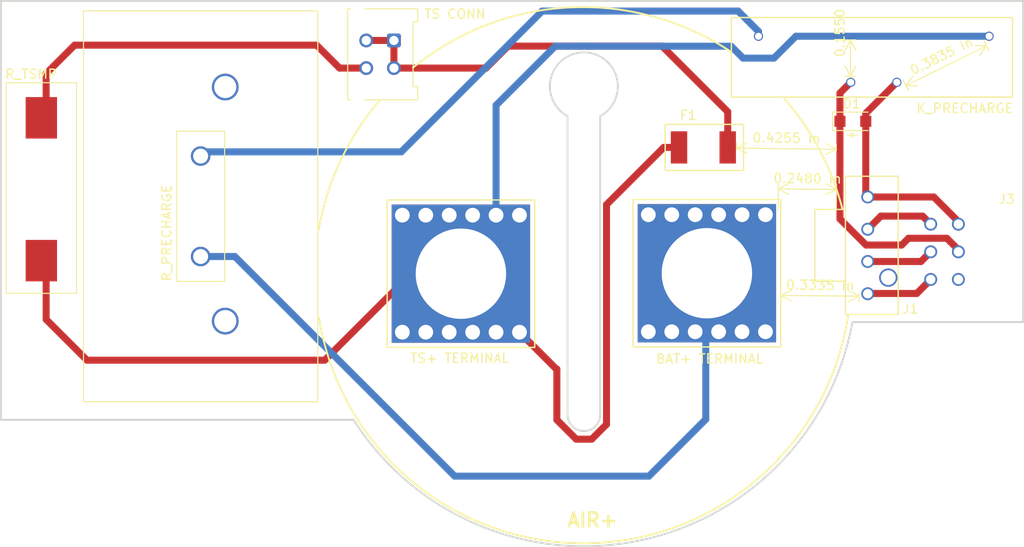
<source format=kicad_pcb>
(kicad_pcb (version 20171130) (host pcbnew 5.0.2-bee76a0~70~ubuntu18.04.1)

  (general
    (thickness 1.6)
    (drawings 22)
    (tracks 83)
    (zones 0)
    (modules 10)
    (nets 12)
  )

  (page A4)
  (layers
    (0 F.Cu signal)
    (31 B.Cu signal)
    (32 B.Adhes user)
    (33 F.Adhes user)
    (34 B.Paste user)
    (35 F.Paste user)
    (36 B.SilkS user)
    (37 F.SilkS user)
    (38 B.Mask user)
    (39 F.Mask user)
    (40 Dwgs.User user)
    (41 Cmts.User user)
    (42 Eco1.User user)
    (43 Eco2.User user)
    (44 Edge.Cuts user)
    (45 Margin user)
    (46 B.CrtYd user)
    (47 F.CrtYd user)
    (48 B.Fab user)
    (49 F.Fab user hide)
  )

  (setup
    (last_trace_width 0.25)
    (user_trace_width 0.4064)
    (user_trace_width 0.762)
    (trace_clearance 0.2)
    (zone_clearance 0.508)
    (zone_45_only no)
    (trace_min 0.2)
    (segment_width 0.2)
    (edge_width 0.05)
    (via_size 0.8)
    (via_drill 0.4)
    (via_min_size 0.4)
    (via_min_drill 0.3)
    (uvia_size 0.3)
    (uvia_drill 0.1)
    (uvias_allowed no)
    (uvia_min_size 0.2)
    (uvia_min_drill 0.1)
    (pcb_text_width 0.3)
    (pcb_text_size 1.5 1.5)
    (mod_edge_width 0.12)
    (mod_text_size 1 1)
    (mod_text_width 0.15)
    (pad_size 1.524 1.524)
    (pad_drill 0.762)
    (pad_to_mask_clearance 0.051)
    (solder_mask_min_width 0.25)
    (aux_axis_origin 0 0)
    (visible_elements FFFFFF7F)
    (pcbplotparams
      (layerselection 0x010fc_ffffffff)
      (usegerberextensions false)
      (usegerberattributes false)
      (usegerberadvancedattributes false)
      (creategerberjobfile false)
      (excludeedgelayer true)
      (linewidth 0.100000)
      (plotframeref false)
      (viasonmask false)
      (mode 1)
      (useauxorigin false)
      (hpglpennumber 1)
      (hpglpenspeed 20)
      (hpglpendiameter 15.000000)
      (psnegative false)
      (psa4output false)
      (plotreference true)
      (plotvalue true)
      (plotinvisibletext false)
      (padsonsilk false)
      (subtractmaskfromsilk false)
      (outputformat 1)
      (mirror false)
      (drillshape 1)
      (scaleselection 1)
      (outputdirectory ""))
  )

  (net 0 "")
  (net 1 /FINAL_SHUTDOWN)
  (net 2 /PRECHARGE_LSD)
  (net 3 /BSPD_CURRENT_SENSOR)
  (net 4 /TS+)
  (net 5 /TSMP+)
  (net 6 /BAT+)
  (net 7 "Net-(K1-Pad2)")
  (net 8 /AIR+_AUX+)
  (net 9 /AIR+_AUX-)
  (net 10 /AIR+_COIL-)
  (net 11 "Net-(J3-Pad3)")

  (net_class Default "This is the default net class."
    (clearance 0.2)
    (trace_width 0.25)
    (via_dia 0.8)
    (via_drill 0.4)
    (uvia_dia 0.3)
    (uvia_drill 0.1)
    (add_net /AIR+_AUX+)
    (add_net /AIR+_AUX-)
    (add_net /AIR+_COIL-)
    (add_net /BAT+)
    (add_net /BSPD_CURRENT_SENSOR)
    (add_net /FINAL_SHUTDOWN)
    (add_net /PRECHARGE_LSD)
    (add_net /TS+)
    (add_net /TSMP+)
    (add_net "Net-(J3-Pad3)")
    (add_net "Net-(K1-Pad2)")
  )

  (module footprints:R_TSMP_SMD_5329 (layer F.Cu) (tedit 5E23450B) (tstamp 5E234BB4)
    (at 85.7123 82.2452 270)
    (path /5DC5DF1A)
    (fp_text reference R_TSMP (at -12.3571 1.1049) (layer F.SilkS)
      (effects (font (size 1 1) (thickness 0.15)))
    )
    (fp_text value R_10K (at -3.81 5.08 90) (layer F.Fab)
      (effects (font (size 1 1) (thickness 0.15)))
    )
    (fp_line (start 11.43 -3.81) (end 11.43 3.81) (layer F.SilkS) (width 0.12))
    (fp_line (start 11.43 3.81) (end -11.43 3.81) (layer F.SilkS) (width 0.12))
    (fp_line (start -11.43 3.81) (end -11.43 -2.54) (layer F.SilkS) (width 0.12))
    (fp_line (start -5.08 -3.81) (end 11.43 -3.81) (layer F.SilkS) (width 0.12))
    (fp_line (start -5.08 -3.81) (end -11.43 -3.81) (layer F.SilkS) (width 0.12))
    (fp_line (start -11.43 -3.81) (end -11.43 -2.54) (layer F.SilkS) (width 0.12))
    (pad 2 smd rect (at 7.88 0 270) (size 4.5 3.4) (layers F.Cu F.Paste F.Mask)
      (net 4 /TS+))
    (pad 1 smd rect (at -7.62 0 270) (size 4.5 3.4) (layers F.Cu F.Paste F.Mask)
      (net 5 /TSMP+))
  )

  (module footprints:Meder-LI12 (layer F.Cu) (tedit 5C789108) (tstamp 5E233EBD)
    (at 188.468 65.7733 180)
    (path /5E22DF3F)
    (fp_text reference K_PRECHARGE (at 2.6416 -7.8232) (layer F.SilkS)
      (effects (font (size 1 1) (thickness 0.15)))
    )
    (fp_text value "LI12-1A85(NO)" (at 6.4516 -11.5697) (layer F.Fab) hide
      (effects (font (size 1 1) (thickness 0.15)))
    )
    (fp_line (start -2.54 -6.604) (end 27.94 -6.604) (layer F.SilkS) (width 0.15))
    (fp_line (start 27.94 -6.604) (end 27.94 2.032) (layer F.SilkS) (width 0.15))
    (fp_line (start 27.94 2.032) (end -2.54 2.032) (layer F.SilkS) (width 0.15))
    (fp_line (start -2.54 2.032) (end -2.54 -6.604) (layer F.SilkS) (width 0.15))
    (pad 1 thru_hole circle (at 0 0 180) (size 1 1) (drill 0.75) (layers *.Cu *.Mask)
      (net 4 /TS+))
    (pad 2 thru_hole circle (at 25 0 180) (size 1 1) (drill 0.75) (layers *.Cu *.Mask)
      (net 7 "Net-(K1-Pad2)"))
    (pad 3 thru_hole circle (at 10 -5 180) (size 1 1) (drill 0.75) (layers *.Cu *.Mask)
      (net 2 /PRECHARGE_LSD))
    (pad 4 thru_hole circle (at 15 -5 180) (size 1 1) (drill 0.75) (layers *.Cu *.Mask)
      (net 1 /FINAL_SHUTDOWN))
    (model "${LOCAL_DIR}/OEM_Preferred_Parts/3DModels/Standex Meder Relay/Standex_Meder_Relay.STEP"
      (offset (xyz 12.5 2.5 0.5))
      (scale (xyz 1 1 1))
      (rotate (xyz -90 0 0))
    )
    (model ":Formula:OEM_Preferred_Parts/3DModels/Standex Meder Relay/Standex_Meder_Relay.STEP"
      (at (xyz 0 0 0))
      (scale (xyz 1 1 1))
      (rotate (xyz 0 0 0))
    )
  )

  (module footprints:D_SOD-123W_OEM (layer F.Cu) (tedit 5C16A992) (tstamp 5E226C65)
    (at 173.6979 75.0062)
    (descr D_SOD-123F)
    (tags D_SOD-123F)
    (path /5E23AC7B)
    (attr smd)
    (fp_text reference D1 (at -0.127 -1.905) (layer F.SilkS)
      (effects (font (size 1 1) (thickness 0.15)))
    )
    (fp_text value SS110LW (at -0.25 2.1) (layer F.Fab) hide
      (effects (font (size 1 1) (thickness 0.25)))
    )
    (fp_line (start 0.1 1.5) (end 0.5 1.5) (layer F.SilkS) (width 0.1))
    (fp_line (start -0.2 1.5) (end 0.1 1.3) (layer F.SilkS) (width 0.1))
    (fp_line (start 0.1 1.3) (end 0.1 1.7) (layer F.SilkS) (width 0.1))
    (fp_line (start 0.1 1.7) (end -0.2 1.5) (layer F.SilkS) (width 0.1))
    (fp_line (start -0.6 1.5) (end -0.2 1.5) (layer F.SilkS) (width 0.1))
    (fp_line (start -0.2 1.5) (end -0.2 1.25) (layer F.SilkS) (width 0.1))
    (fp_line (start -0.2 1.25) (end -0.2 1.75) (layer F.SilkS) (width 0.1))
    (fp_text user %R (at -0.127 -1.905) (layer F.Fab) hide
      (effects (font (size 1 1) (thickness 0.15)))
    )
    (fp_line (start -2.2 -1) (end -2.2 1) (layer F.SilkS) (width 0.12))
    (fp_line (start 0.25 0) (end 0.75 0) (layer F.Fab) (width 0.1))
    (fp_line (start 0.25 0.4) (end -0.35 0) (layer F.Fab) (width 0.1))
    (fp_line (start 0.25 -0.4) (end 0.25 0.4) (layer F.Fab) (width 0.1))
    (fp_line (start -0.35 0) (end 0.25 -0.4) (layer F.Fab) (width 0.1))
    (fp_line (start -0.35 0) (end -0.35 0.55) (layer F.Fab) (width 0.1))
    (fp_line (start -0.35 0) (end -0.35 -0.55) (layer F.Fab) (width 0.1))
    (fp_line (start -0.75 0) (end -0.35 0) (layer F.Fab) (width 0.1))
    (fp_line (start -1.4 0.9) (end -1.4 -0.9) (layer F.Fab) (width 0.1))
    (fp_line (start 1.4 0.9) (end -1.4 0.9) (layer F.Fab) (width 0.1))
    (fp_line (start 1.4 -0.9) (end 1.4 0.9) (layer F.Fab) (width 0.1))
    (fp_line (start -1.4 -0.9) (end 1.4 -0.9) (layer F.Fab) (width 0.1))
    (fp_line (start -2.3 -1.15) (end 2.2 -1.15) (layer F.CrtYd) (width 0.05))
    (fp_line (start 2.2 -1.15) (end 2.2 1.15) (layer F.CrtYd) (width 0.05))
    (fp_line (start 2.2 1.15) (end -2.3 1.15) (layer F.CrtYd) (width 0.05))
    (fp_line (start -2.3 -1.15) (end -2.3 1.15) (layer F.CrtYd) (width 0.05))
    (fp_line (start -2.2 1) (end 1.65 1) (layer F.SilkS) (width 0.12))
    (fp_line (start -2.2 -1) (end 1.65 -1) (layer F.SilkS) (width 0.12))
    (pad 1 smd rect (at -1.4 0) (size 1.2 1.2) (layers F.Cu F.Paste F.Mask)
      (net 1 /FINAL_SHUTDOWN))
    (pad 2 smd rect (at 1.4 0) (size 1.2 1.2) (layers F.Cu F.Paste F.Mask)
      (net 2 /PRECHARGE_LSD))
    (model ${LOCAL_DIR}/OEM_Preferred_Parts/3DModels/SOD-123_OEM/SOD-123.step
      (at (xyz 0 0 0))
      (scale (xyz 1 1 1))
      (rotate (xyz 0 0 0))
    )
  )

  (module footprints:Fuse_1812 (layer F.Cu) (tedit 5A050C3C) (tstamp 5E226C6F)
    (at 154.8511 77.8383)
    (path /5E23D965)
    (fp_text reference F1 (at 1 -3.5) (layer F.SilkS)
      (effects (font (size 1 1) (thickness 0.15)))
    )
    (fp_text value 200mA_Fuse (at 3 3.5) (layer F.Fab) hide
      (effects (font (size 1 1) (thickness 0.15)))
    )
    (fp_line (start -1.5 -2.5) (end 7 -2.5) (layer F.SilkS) (width 0.15))
    (fp_line (start 7 -2.5) (end 7 2.5) (layer F.SilkS) (width 0.15))
    (fp_line (start 7 2.5) (end -1.5 2.5) (layer F.SilkS) (width 0.15))
    (fp_line (start -1.5 2.5) (end -1.5 -2.5) (layer F.SilkS) (width 0.15))
    (pad 2 smd rect (at 5.28 0) (size 1.78 3.5) (layers F.Cu F.Paste F.Mask)
      (net 3 /BSPD_CURRENT_SENSOR))
    (pad 1 smd rect (at 0 0) (size 1.78 3.5) (layers F.Cu F.Paste F.Mask)
      (net 4 /TS+))
  )

  (module footprints:Ultrafit_4 (layer F.Cu) (tedit 5C9D7519) (tstamp 5E226C84)
    (at 175.3108 88.4682)
    (path /5E23B779)
    (fp_text reference J1 (at 4.6228 6.9088) (layer F.SilkS)
      (effects (font (size 1 1) (thickness 0.15)))
    )
    (fp_text value UF_4_VT (at 4.572 0.508 90) (layer F.Fab) hide
      (effects (font (size 1 1) (thickness 0.15)))
    )
    (fp_line (start -5.588 -3.81) (end -2.54 -3.81) (layer F.Fab) (width 0.15))
    (fp_line (start -2.54 -3.81) (end -2.54 3.81) (layer F.Fab) (width 0.15))
    (fp_line (start -2.54 3.81) (end -5.588 3.81) (layer F.Fab) (width 0.15))
    (fp_line (start -5.588 3.81) (end -5.588 -3.81) (layer F.Fab) (width 0.15))
    (fp_text user "6.55mm Clearance" (at -4.07 0 90) (layer F.Fab)
      (effects (font (size 0.5 0.5) (thickness 0.08)))
    )
    (fp_line (start -2.42 -3.9) (end -5.73 -3.9) (layer F.SilkS) (width 0.15))
    (fp_line (start -5.73 -3.9) (end -5.73 3.9) (layer F.SilkS) (width 0.15))
    (fp_line (start -5.73 3.9) (end -2.42 3.9) (layer F.SilkS) (width 0.15))
    (fp_line (start -2.42 7.5) (end 3.302 7.5) (layer F.SilkS) (width 0.15))
    (fp_line (start -2.42 -7.5) (end 3.302 -7.5) (layer F.SilkS) (width 0.15))
    (fp_line (start -2.42 7.5) (end -2.42 -7.5) (layer F.SilkS) (width 0.15))
    (fp_line (start 3.302 7.5) (end 3.302 -7.5) (layer F.SilkS) (width 0.15))
    (pad 2 thru_hole circle (at 0 1.75) (size 1.397 1.397) (drill 1.02) (layers *.Cu *.Mask)
      (net 8 /AIR+_AUX+))
    (pad 1 thru_hole circle (at 0 5.25) (size 1.397 1.397) (drill 1.02) (layers *.Cu *.Mask)
      (net 9 /AIR+_AUX-))
    (pad "" thru_hole circle (at 2.23 3.5) (size 1.981 1.981) (drill 1.6) (layers *.Cu *.Mask))
    (pad 3 thru_hole circle (at 0 -1.75 180) (size 1.397 1.397) (drill 1.02) (layers *.Cu *.Mask)
      (net 10 /AIR+_COIL-))
    (pad 4 thru_hole circle (at 0 -5.25 180) (size 1.397 1.397) (drill 1.02) (layers *.Cu *.Mask)
      (net 2 /PRECHARGE_LSD))
    (model ${LOCAL_DIR}/OEM_Preferred_Parts/3DModels/Ultrafit-4/1722861104.step
      (at (xyz 0 0 0))
      (scale (xyz 1 1 1))
      (rotate (xyz 0 0 0))
    )
    (model :Formula:OEM_Preferred_Parts/3DModels/Ultrafit-4/1722861104.step
      (at (xyz 0 0 0))
      (scale (xyz 1 1 1))
      (rotate (xyz 0 0 0))
    )
  )

  (module footprints:R_3k_HS_TO247 (layer F.Cu) (tedit 5AA20B8D) (tstamp 5E226CC0)
    (at 102.9843 78.7781 270)
    (descr "Resistor, Radial_Power series, Radial, pin pitch=5.00mm, 2W, length*width=11*7mm^2, http://www.vishay.com/docs/30218/cpcx.pdf")
    (tags "Resistor Radial_Power series Radial pin pitch 5.00mm 2W length 11mm width 7mm")
    (path /5E239D8B)
    (fp_text reference R_PRECHARGE (at 8.3439 3.683 90) (layer F.SilkS)
      (effects (font (size 1 1) (thickness 0.15)))
    )
    (fp_text value R_3K_HS (at 5.08 5.08 90) (layer F.Fab) hide
      (effects (font (size 1 1) (thickness 0.15)))
    )
    (fp_line (start -2.55 2.4) (end -2.55 -2.4) (layer F.Fab) (width 0.1))
    (fp_line (start -2.55 2.4) (end 13.45 2.4) (layer F.Fab) (width 0.1))
    (fp_line (start 13.45 2.4) (end 13.45 -2.4) (layer F.Fab) (width 0.1))
    (fp_line (start -2.55 -2.4) (end 13.45 -2.4) (layer F.Fab) (width 0.1))
    (fp_line (start -2.7 -2.6) (end 13.6 -2.6) (layer F.SilkS) (width 0.12))
    (fp_line (start -15.75 -12.7) (end 26.65 -12.7) (layer F.SilkS) (width 0.12))
    (fp_line (start -2.7 -2.6) (end -2.7 2.6) (layer F.SilkS) (width 0.12))
    (fp_line (start 13.6 -2.6) (end 13.6 2.6) (layer F.SilkS) (width 0.12))
    (fp_line (start -2.8 -2.7) (end -2.8 2.7) (layer F.CrtYd) (width 0.05))
    (fp_line (start 13.7 2.7) (end -2.8 2.7) (layer F.CrtYd) (width 0.05))
    (fp_line (start 13.7 2.7) (end 13.7 -2.7) (layer F.CrtYd) (width 0.05))
    (fp_line (start -2.8 -2.7) (end 13.7 -2.7) (layer F.CrtYd) (width 0.05))
    (fp_line (start -15.55 12.5) (end 26.45 12.5) (layer F.Fab) (width 0.1))
    (fp_line (start -15.55 -12.5) (end 26.45 -12.5) (layer F.Fab) (width 0.1))
    (fp_line (start -15.55 12.5) (end -15.55 -12.5) (layer F.Fab) (width 0.1))
    (fp_line (start 26.45 12.5) (end 26.45 -12.5) (layer F.Fab) (width 0.1))
    (fp_line (start -2.7 2.6) (end 13.6 2.6) (layer F.SilkS) (width 0.12))
    (fp_line (start -15.75 12.7) (end 26.65 12.7) (layer F.SilkS) (width 0.12))
    (fp_line (start 26.65 12.7) (end 26.65 -12.7) (layer F.SilkS) (width 0.12))
    (fp_line (start -15.75 12.7) (end -15.75 -12.7) (layer F.SilkS) (width 0.12))
    (fp_line (start -15.85 12.8) (end 26.75 12.8) (layer F.CrtYd) (width 0.05))
    (fp_line (start -15.85 -12.8) (end 26.75 -12.8) (layer F.CrtYd) (width 0.05))
    (fp_line (start -15.85 -12.8) (end -15.85 12.8) (layer F.CrtYd) (width 0.05))
    (fp_line (start 26.75 12.8) (end 26.75 -12.8) (layer F.CrtYd) (width 0.05))
    (pad 1 thru_hole circle (at 0 0 270) (size 2.12 2.12) (drill 1.62) (layers *.Cu *.Mask)
      (net 7 "Net-(K1-Pad2)"))
    (pad 2 thru_hole circle (at 10.9 0 270) (size 2.12 2.12) (drill 1.62) (layers *.Cu *.Mask)
      (net 6 /BAT+))
    (pad 4 thru_hole circle (at -7.493 -2.67 270) (size 2.9 2.9) (drill 2.4) (layers *.Cu *.Mask))
    (pad 5 thru_hole circle (at 17.907 -2.67 270) (size 2.9 2.9) (drill 2.4) (layers *.Cu *.Mask))
    (model "/home/william/Desktop/Formula/OEM_Preferred_Parts/3DModels/AP101_3k_resistor/TIP 144_sp.wrl"
      (at (xyz 0 0 0))
      (scale (xyz 1 1 1))
      (rotate (xyz 0 0 0))
    )
    (model /home/william/Desktop/Formula/OEM_Preferred_Parts/3DModels/R_3K_heatsink/RA-T2X-51E_sp001_sp.wrl
      (at (xyz 0 0 0))
      (scale (xyz 1 1 1))
      (rotate (xyz 0 0 0))
    )
    (model :Formula:OEM_Preferred_Parts/3DModels/R_3K_heatsink/RA-T2X-51E_sp001_sp.step
      (at (xyz 0 0 0))
      (scale (xyz 1 1 1))
      (rotate (xyz 0 0 0))
    )
  )

  (module footprints:redcube_7461166 (layer F.Cu) (tedit 5E22245E) (tstamp 5E227DD1)
    (at 157.8737 91.4908)
    (path /5E243056)
    (fp_text reference "BAT+ TERMINAL" (at 0.2921 9.2837) (layer F.SilkS)
      (effects (font (size 1 1) (thickness 0.15)))
    )
    (fp_text value redcude_7461166 (at 0.02 9.45) (layer F.Fab)
      (effects (font (size 1 1) (thickness 0.15)))
    )
    (fp_line (start -8 -8) (end 8 -8) (layer F.SilkS) (width 0.15))
    (fp_line (start 8 -8) (end 8 8) (layer F.SilkS) (width 0.15))
    (fp_line (start 8 8) (end -8 8) (layer F.SilkS) (width 0.15))
    (fp_line (start -8 8) (end -8 -8) (layer F.SilkS) (width 0.15))
    (fp_text user Redcube_7461166 (at -4.064 -9.652) (layer F.Fab)
      (effects (font (size 1 1) (thickness 0.15)))
    )
    (pad 1 thru_hole rect (at 0 0) (size 15 15) (drill 9.8) (layers *.Cu *.Mask)
      (net 6 /BAT+))
    (pad 1 thru_hole circle (at 3.81 6.35) (size 1.7 1.7) (drill 1.6) (layers *.Cu *.Mask)
      (net 6 /BAT+))
    (pad 1 thru_hole circle (at 6.35 6.349999) (size 1.7 1.7) (drill 1.6) (layers *.Cu *.Mask)
      (net 6 /BAT+))
    (pad 1 thru_hole circle (at 1.27 6.35) (size 1.7 1.7) (drill 1.6) (layers *.Cu *.Mask)
      (net 6 /BAT+))
    (pad 1 thru_hole circle (at -1.27 6.35) (size 1.7 1.7) (drill 1.6) (layers *.Cu *.Mask)
      (net 6 /BAT+))
    (pad 1 thru_hole circle (at -3.81 6.35) (size 1.7 1.7) (drill 1.6) (layers *.Cu *.Mask)
      (net 6 /BAT+))
    (pad 1 thru_hole circle (at -6.349999 6.35) (size 1.7 1.7) (drill 1.6) (layers *.Cu *.Mask)
      (net 6 /BAT+))
    (pad 1 thru_hole circle (at 3.81 -6.35) (size 1.7 1.7) (drill 1.6) (layers *.Cu *.Mask)
      (net 6 /BAT+))
    (pad 1 thru_hole circle (at -1.27 -6.35) (size 1.7 1.7) (drill 1.6) (layers *.Cu *.Mask)
      (net 6 /BAT+))
    (pad 1 thru_hole circle (at 1.27 -6.35) (size 1.7 1.7) (drill 1.6) (layers *.Cu *.Mask)
      (net 6 /BAT+))
    (pad 1 thru_hole circle (at -6.35 -6.349999) (size 1.7 1.7) (drill 1.6) (layers *.Cu *.Mask)
      (net 6 /BAT+))
    (pad 1 thru_hole circle (at 6.349999 -6.35) (size 1.7 1.7) (drill 1.6) (layers *.Cu *.Mask)
      (net 6 /BAT+))
    (pad 1 thru_hole circle (at -3.81 -6.35) (size 1.7 1.7) (drill 1.6) (layers *.Cu *.Mask)
      (net 6 /BAT+))
    (model ${LOCAL_DIR}/OEM_Preferred_Parts/3DModels/redcube_7461166/redcube_7461166.stp
      (at (xyz 0 0 0))
      (scale (xyz 1 1 1))
      (rotate (xyz 0 0 0))
    )
    (model :Formula:OEM_Preferred_Parts/3DModels/redcube_7461166/redcube_7461166.stp
      (at (xyz 0 0 0))
      (scale (xyz 1 1 1))
      (rotate (xyz 0 0 0))
    )
  )

  (module footprints:redcube_7461166 (layer F.Cu) (tedit 5E22245E) (tstamp 5E227EDE)
    (at 131.2037 91.5416)
    (path /5E244673)
    (fp_text reference "TS+ TERMINAL" (at -0.1397 9.1694) (layer F.SilkS)
      (effects (font (size 1 1) (thickness 0.15)))
    )
    (fp_text value redcude_7461166 (at 0.02 9.45) (layer F.Fab)
      (effects (font (size 1 1) (thickness 0.15)))
    )
    (fp_text user Redcube_7461166 (at -4.064 -9.652) (layer F.Fab)
      (effects (font (size 1 1) (thickness 0.15)))
    )
    (fp_line (start -8 8) (end -8 -8) (layer F.SilkS) (width 0.15))
    (fp_line (start 8 8) (end -8 8) (layer F.SilkS) (width 0.15))
    (fp_line (start 8 -8) (end 8 8) (layer F.SilkS) (width 0.15))
    (fp_line (start -8 -8) (end 8 -8) (layer F.SilkS) (width 0.15))
    (pad 1 thru_hole circle (at -3.81 -6.35) (size 1.7 1.7) (drill 1.6) (layers *.Cu *.Mask)
      (net 4 /TS+))
    (pad 1 thru_hole circle (at 6.349999 -6.35) (size 1.7 1.7) (drill 1.6) (layers *.Cu *.Mask)
      (net 4 /TS+))
    (pad 1 thru_hole circle (at -6.35 -6.349999) (size 1.7 1.7) (drill 1.6) (layers *.Cu *.Mask)
      (net 4 /TS+))
    (pad 1 thru_hole circle (at 1.27 -6.35) (size 1.7 1.7) (drill 1.6) (layers *.Cu *.Mask)
      (net 4 /TS+))
    (pad 1 thru_hole circle (at -1.27 -6.35) (size 1.7 1.7) (drill 1.6) (layers *.Cu *.Mask)
      (net 4 /TS+))
    (pad 1 thru_hole circle (at 3.81 -6.35) (size 1.7 1.7) (drill 1.6) (layers *.Cu *.Mask)
      (net 4 /TS+))
    (pad 1 thru_hole circle (at -6.349999 6.35) (size 1.7 1.7) (drill 1.6) (layers *.Cu *.Mask)
      (net 4 /TS+))
    (pad 1 thru_hole circle (at -3.81 6.35) (size 1.7 1.7) (drill 1.6) (layers *.Cu *.Mask)
      (net 4 /TS+))
    (pad 1 thru_hole circle (at -1.27 6.35) (size 1.7 1.7) (drill 1.6) (layers *.Cu *.Mask)
      (net 4 /TS+))
    (pad 1 thru_hole circle (at 1.27 6.35) (size 1.7 1.7) (drill 1.6) (layers *.Cu *.Mask)
      (net 4 /TS+))
    (pad 1 thru_hole circle (at 6.35 6.349999) (size 1.7 1.7) (drill 1.6) (layers *.Cu *.Mask)
      (net 4 /TS+))
    (pad 1 thru_hole circle (at 3.81 6.35) (size 1.7 1.7) (drill 1.6) (layers *.Cu *.Mask)
      (net 4 /TS+))
    (pad 1 thru_hole rect (at 0 0) (size 15 15) (drill 9.8) (layers *.Cu *.Mask)
      (net 4 /TS+))
    (model ${LOCAL_DIR}/OEM_Preferred_Parts/3DModels/redcube_7461166/redcube_7461166.stp
      (at (xyz 0 0 0))
      (scale (xyz 1 1 1))
      (rotate (xyz 0 0 0))
    )
    (model :Formula:OEM_Preferred_Parts/3DModels/redcube_7461166/redcube_7461166.stp
      (at (xyz 0 0 0))
      (scale (xyz 1 1 1))
      (rotate (xyz 0 0 0))
    )
  )

  (module footprints:MicroFit_VT_4 (layer F.Cu) (tedit 5E1EA004) (tstamp 5E234D93)
    (at 123.9393 66.2305 270)
    (descr "Molex Micro-Fit 3.0 Connector System, 43045-0412 (compatible alternatives: 43045-0413, 43045-0424), 2 Pins per row (http://www.molex.com/pdm_docs/sd/430450212_sd.pdf), generated with kicad-footprint-generator")
    (tags "connector Molex Micro-Fit_3.0 side entry")
    (path /5E257662)
    (fp_text reference "TS CONN" (at -2.8702 -6.6167 180) (layer F.SilkS)
      (effects (font (size 1 1) (thickness 0.15)))
    )
    (fp_text value MicroFit_VT_4 (at 1.5 7.5 90) (layer F.Fab)
      (effects (font (size 1 1) (thickness 0.15)))
    )
    (fp_line (start -2.125 -1.97) (end -2.125 -2.47) (layer F.Fab) (width 0.1))
    (fp_line (start -2.125 -2.47) (end -3.325 -2.47) (layer F.Fab) (width 0.1))
    (fp_line (start -3.325 -2.47) (end -3.325 4.9) (layer F.Fab) (width 0.1))
    (fp_line (start -3.325 4.9) (end 6.325 4.9) (layer F.Fab) (width 0.1))
    (fp_line (start 6.325 4.9) (end 6.325 -2.47) (layer F.Fab) (width 0.1))
    (fp_line (start 6.325 -2.47) (end 5.125 -2.47) (layer F.Fab) (width 0.1))
    (fp_line (start 5.125 -2.47) (end 5.125 -1.97) (layer F.Fab) (width 0.1))
    (fp_line (start 5.125 -1.97) (end -2.125 -1.97) (layer F.Fab) (width 0.1))
    (fp_line (start -3.325 -1.34) (end -2.125 -1.97) (layer F.Fab) (width 0.1))
    (fp_line (start 6.325 -1.34) (end 5.125 -1.97) (layer F.Fab) (width 0.1))
    (fp_line (start 0.8 4.9) (end 0.8 6.3) (layer F.Fab) (width 0.1))
    (fp_line (start 0.8 6.3) (end 2.2 6.3) (layer F.Fab) (width 0.1))
    (fp_line (start 2.2 6.3) (end 2.2 4.9) (layer F.Fab) (width 0.1))
    (fp_line (start -0.5 -1.97) (end 0 -1.262893) (layer F.Fab) (width 0.1))
    (fp_line (start 0 -1.262893) (end 0.5 -1.97) (layer F.Fab) (width 0.1))
    (fp_line (start -3.435 4.7) (end -3.435 5.01) (layer F.SilkS) (width 0.12))
    (fp_line (start -3.435 5.01) (end 6.435 5.01) (layer F.SilkS) (width 0.12))
    (fp_line (start 6.435 5.01) (end 6.435 4.7) (layer F.SilkS) (width 0.12))
    (fp_line (start -3.435 3.18) (end -3.435 -2.58) (layer F.SilkS) (width 0.12))
    (fp_line (start -3.435 -2.58) (end -2.015 -2.58) (layer F.SilkS) (width 0.12))
    (fp_line (start -2.015 -2.58) (end -2.015 -2.08) (layer F.SilkS) (width 0.12))
    (fp_line (start -2.015 -2.08) (end 5.015 -2.08) (layer F.SilkS) (width 0.12))
    (fp_line (start 5.015 -2.08) (end 5.015 -2.58) (layer F.SilkS) (width 0.12))
    (fp_line (start 5.015 -2.58) (end 6.435 -2.58) (layer F.SilkS) (width 0.12))
    (fp_line (start 6.435 -2.58) (end 6.435 3.18) (layer F.SilkS) (width 0.12))
    (fp_line (start -3.82 -2.97) (end 6.82 -2.97) (layer F.CrtYd) (width 0.05))
    (fp_line (start 6.82 -2.97) (end 6.82 6.8) (layer F.CrtYd) (width 0.05))
    (fp_line (start 6.82 6.8) (end -3.82 6.8) (layer F.CrtYd) (width 0.05))
    (fp_line (start -3.82 6.8) (end -3.82 -2.97) (layer F.CrtYd) (width 0.05))
    (fp_text user %R (at 1.5 4.2 90) (layer F.Fab)
      (effects (font (size 1 1) (thickness 0.15)))
    )
    (pad "" np_thru_hole circle (at -3 3.94 270) (size 1 1) (drill 1) (layers *.Cu *.Mask))
    (pad "" np_thru_hole circle (at 6 3.94 270) (size 1 1) (drill 1) (layers *.Cu *.Mask))
    (pad 1 thru_hole roundrect (at 0 0 270) (size 1.5 1.5) (drill 1) (layers *.Cu *.Mask) (roundrect_rratio 0.166667)
      (net 3 /BSPD_CURRENT_SENSOR))
    (pad 2 thru_hole circle (at 3 0 270) (size 1.5 1.5) (drill 1) (layers *.Cu *.Mask)
      (net 3 /BSPD_CURRENT_SENSOR))
    (pad 3 thru_hole circle (at 0 3 270) (size 1.5 1.5) (drill 1) (layers *.Cu *.Mask)
      (net 3 /BSPD_CURRENT_SENSOR))
    (pad 4 thru_hole circle (at 3 3 270) (size 1.5 1.5) (drill 1) (layers *.Cu *.Mask)
      (net 5 /TSMP+))
    (model ${LOCAL_DIR}/OEM_Preferred_Parts/3DModels/MicroFit_VT_4/MicroFit_VT_4.stp
      (offset (xyz 1.5 -1.5 5))
      (scale (xyz 1 1 1))
      (rotate (xyz 0 0 180))
    )
    (model :Formula:OEM_Preferred_Parts/3DModels/MicroFit_VT_4/MicroFit_VT_4.stp
      (at (xyz 0 0 0))
      (scale (xyz 1 1 1))
      (rotate (xyz 0 0 0))
    )
  )

  (module footprints:MicroFit_RA_06 (layer F.Cu) (tedit 5C789678) (tstamp 5E234E6A)
    (at 189.4586 89.1667 270)
    (path /5E2586FE)
    (fp_text reference J3 (at -5.7023 -0.9271 180) (layer F.SilkS)
      (effects (font (size 1 1) (thickness 0.15)))
    )
    (fp_text value MicroFit_RA_06 (at -5.588 -12.7 90) (layer F.Fab)
      (effects (font (size 1 1) (thickness 0.15)))
    )
    (pad "" np_thru_hole circle (at 0 0 90) (size 3 3) (drill 3) (layers *.Cu *.Mask))
    (pad 1 thru_hole circle (at -3 4.32 90) (size 1.4 1.4) (drill 1.02) (layers *.Cu *.Mask)
      (net 2 /PRECHARGE_LSD))
    (pad 2 thru_hole circle (at 0 4.32 90) (size 1.4 1.4) (drill 1.02) (layers *.Cu *.Mask)
      (net 1 /FINAL_SHUTDOWN))
    (pad 3 thru_hole circle (at 3 4.32 90) (size 1.4 1.4) (drill 1.02) (layers *.Cu *.Mask)
      (net 11 "Net-(J3-Pad3)"))
    (pad 4 thru_hole circle (at -3 7.32 90) (size 1.4 1.4) (drill 1.02) (layers *.Cu *.Mask)
      (net 10 /AIR+_COIL-))
    (pad 5 thru_hole circle (at 0 7.32 90) (size 1.4 1.4) (drill 1.02) (layers *.Cu *.Mask)
      (net 8 /AIR+_AUX+))
    (pad 6 thru_hole circle (at 3 7.32 90) (size 1.4 1.4) (drill 1.02) (layers *.Cu *.Mask)
      (net 9 /AIR+_AUX-))
    (model ${LOCAL_DIR}/OEM_Preferred_Parts/3DModels/MicroFit-6-RA/MF_RA_06.stp
      (offset (xyz 0 -0.3809999942779541 3.174999952316284))
      (scale (xyz 1 1 1))
      (rotate (xyz -90 0 180))
    )
    (model :Formula:OEM_Preferred_Parts/3DModels/MicroFit-6-RA/MF_RA_06.stp
      (at (xyz 0 0 0))
      (scale (xyz 1 1 1))
      (rotate (xyz 0 0 0))
    )
  )

  (dimension 3.937 (width 0.12) (layer F.SilkS)
    (gr_text "3.937 mm" (at 174.7139 68.1482) (layer F.SilkS)
      (effects (font (size 1 1) (thickness 0.15)) (justify left))
    )
    (feature1 (pts (xy 172.8343 66.1797) (xy 174.030321 66.1797)))
    (feature2 (pts (xy 172.8343 70.1167) (xy 174.030321 70.1167)))
    (crossbar (pts (xy 173.4439 70.1167) (xy 173.4439 66.1797)))
    (arrow1a (pts (xy 173.4439 66.1797) (xy 174.030321 67.306204)))
    (arrow1b (pts (xy 173.4439 66.1797) (xy 172.857479 67.306204)))
    (arrow2a (pts (xy 173.4439 70.1167) (xy 174.030321 68.990196)))
    (arrow2b (pts (xy 173.4439 70.1167) (xy 172.857479 68.990196)))
  )
  (dimension 6.299405 (width 0.12) (layer F.SilkS)
    (gr_text "6.299 mm" (at 168.772978 81.100439 359.5379473) (layer F.SilkS)
      (effects (font (size 1 1) (thickness 0.15)))
    )
    (feature1 (pts (xy 171.8945 84.6074) (xy 171.917065 81.809396)))
    (feature2 (pts (xy 165.5953 84.5566) (xy 165.617865 81.758596)))
    (crossbar (pts (xy 165.613136 82.344998) (xy 171.912336 82.395798)))
    (arrow1a (pts (xy 171.912336 82.395798) (xy 170.78114 82.973115)))
    (arrow1b (pts (xy 171.912336 82.395798) (xy 170.790598 81.800312)))
    (arrow2a (pts (xy 165.613136 82.344998) (xy 166.734874 82.940484)))
    (arrow2b (pts (xy 165.613136 82.344998) (xy 166.744332 81.767681)))
  )
  (dimension 8.471243 (width 0.12) (layer F.SilkS)
    (gr_text "8.471 mm" (at 170.133964 95.212508 -0.5153904121) (layer F.SilkS)
      (effects (font (size 1 1) (thickness 0.15)))
    )
    (feature1 (pts (xy 165.9128 93.5863) (xy 165.904663 94.490856)))
    (feature2 (pts (xy 174.3837 93.6625) (xy 174.375563 94.567056)))
    (crossbar (pts (xy 174.380838 93.980659) (xy 165.909938 93.904459)))
    (arrow1a (pts (xy 165.909938 93.904459) (xy 167.041671 93.328195)))
    (arrow1b (pts (xy 165.909938 93.904459) (xy 167.031121 94.500989)))
    (arrow2a (pts (xy 174.380838 93.980659) (xy 173.259655 93.384129)))
    (arrow2b (pts (xy 174.380838 93.980659) (xy 173.249105 94.556923)))
  )
  (dimension 10.808446 (width 0.12) (layer F.SilkS)
    (gr_text "10.808 mm" (at 166.507543 76.705575 359.3267551) (layer F.SilkS)
      (effects (font (size 1 1) (thickness 0.15)))
    )
    (feature1 (pts (xy 171.8945 78.2066) (xy 171.90336 77.452606)))
    (feature2 (pts (xy 161.0868 78.0796) (xy 161.09566 77.325606)))
    (crossbar (pts (xy 161.08877 77.911987) (xy 171.89647 78.038987)))
    (arrow1a (pts (xy 171.89647 78.038987) (xy 170.763154 78.612131)))
    (arrow1b (pts (xy 171.89647 78.038987) (xy 170.776934 77.43937)))
    (arrow2a (pts (xy 161.08877 77.911987) (xy 162.208306 78.511604)))
    (arrow2b (pts (xy 161.08877 77.911987) (xy 162.222086 77.338843)))
  )
  (dimension 9.740701 (width 0.12) (layer F.SilkS)
    (gr_text "9.741 mm" (at 184.383973 70.107507 26.23096879) (layer F.SilkS)
      (effects (font (size 1 1) (thickness 0.15)))
    )
    (feature1 (pts (xy 187.9219 66.2686) (xy 188.450638 67.341673)))
    (feature2 (pts (xy 179.1843 70.5739) (xy 179.713038 71.646973)))
    (crossbar (pts (xy 179.453845 71.120942) (xy 188.191445 66.815642)))
    (arrow1a (pts (xy 188.191445 66.815642) (xy 187.440142 67.839577)))
    (arrow1b (pts (xy 188.191445 66.815642) (xy 186.921756 66.787515)))
    (arrow2a (pts (xy 179.453845 71.120942) (xy 180.723534 71.149069)))
    (arrow2b (pts (xy 179.453845 71.120942) (xy 180.205148 70.097007)))
  )
  (gr_arc (start 144.416194 91.679898) (end 122.4661 72.6567) (angle -31.17589117) (layer F.SilkS) (width 0.2) (tstamp 5E2341B5))
  (gr_arc (start 144.416194 91.679898) (end 160.4899 67.4624) (angle -72.8905218) (layer F.SilkS) (width 0.2) (tstamp 5E234185))
  (gr_arc (start 144.416194 91.679898) (end 172.548713 84.465416) (angle -27.23530121) (layer F.SilkS) (width 0.2) (tstamp 5E234185))
  (gr_arc (start 144.482373 91.783223) (end 115.824 96.3422) (angle -162.5740918) (layer F.SilkS) (width 0.2) (tstamp 5E2340F2))
  (gr_text AIR+ (at 145.4531 118.2878) (layer F.SilkS) (tstamp 5E233E0A)
    (effects (font (size 1.5 1.5) (thickness 0.3)))
  )
  (gr_circle (center 157.868506 91.531196) (end 162.503506 91.531196) (layer Edge.Cuts) (width 0.2))
  (gr_arc (start 144.533506 91.531196) (end 173.653433 96.790195) (angle 137.327198) (layer Edge.Cuts) (width 0.2))
  (gr_circle (center 131.198506 91.531196) (end 135.833506 91.531196) (layer Edge.Cuts) (width 0.2))
  (gr_arc (start 144.533506 71.211196) (end 142.757704 74.43903) (angle 302.3649367) (layer Edge.Cuts) (width 0.2))
  (gr_line (start 173.653433 96.790195) (end 192.157896 96.790195) (layer Edge.Cuts) (width 0.2))
  (gr_line (start 192.157896 96.790195) (end 192.157896 61.940197) (layer Edge.Cuts) (width 0.2))
  (gr_line (start 81.3308 107.402387) (end 81.3308 61.940197) (layer Edge.Cuts) (width 0.2))
  (gr_line (start 142.757704 106.844678) (end 142.757704 74.43903) (layer Edge.Cuts) (width 0.2))
  (gr_line (start 146.309308 106.844678) (end 146.309308 74.43903) (layer Edge.Cuts) (width 0.2))
  (gr_line (start 81.3308 61.940197) (end 192.157896 61.940197) (layer Edge.Cuts) (width 0.2))
  (gr_line (start 81.3308 107.402387) (end 119.558868 107.402387) (layer Edge.Cuts) (width 0.2))
  (gr_arc (start 144.533506 106.844678) (end 146.309308 106.844678) (angle 180) (layer Edge.Cuts) (width 0.2))

  (segment (start 172.2979 71.9434) (end 173.468 70.7733) (width 0.762) (layer F.Cu) (net 1))
  (segment (start 172.2979 75.0062) (end 172.2979 71.9434) (width 0.762) (layer F.Cu) (net 1))
  (segment (start 172.2979 85.598962) (end 172.2979 75.0062) (width 0.762) (layer F.Cu) (net 1))
  (segment (start 175.129038 88.4301) (end 172.2979 85.598962) (width 0.762) (layer F.Cu) (net 1))
  (segment (start 179.7304 87.6935) (end 178.9938 88.4301) (width 0.762) (layer F.Cu) (net 1))
  (segment (start 183.8833 87.6935) (end 179.7304 87.6935) (width 0.762) (layer F.Cu) (net 1))
  (segment (start 178.9938 88.4301) (end 175.129038 88.4301) (width 0.762) (layer F.Cu) (net 1))
  (segment (start 185.1386 88.9488) (end 183.8833 87.6935) (width 0.762) (layer F.Cu) (net 1))
  (segment (start 185.1386 89.1667) (end 185.1386 88.9488) (width 0.762) (layer F.Cu) (net 1))
  (segment (start 185.1386 85.8881) (end 185.1386 86.1667) (width 0.762) (layer F.Cu) (net 2))
  (segment (start 175.3108 83.2182) (end 182.4687 83.2182) (width 0.762) (layer F.Cu) (net 2))
  (segment (start 182.4687 83.2182) (end 185.1386 85.8881) (width 0.762) (layer F.Cu) (net 2))
  (segment (start 175.0979 74.1434) (end 178.468 70.7733) (width 0.762) (layer F.Cu) (net 2))
  (segment (start 175.0979 75.0062) (end 175.0979 74.1434) (width 0.762) (layer F.Cu) (net 2))
  (segment (start 175.0979 83.0053) (end 175.3108 83.2182) (width 0.762) (layer F.Cu) (net 2))
  (segment (start 175.0979 75.0062) (end 175.0979 83.0053) (width 0.762) (layer F.Cu) (net 2))
  (segment (start 136.317994 66.843906) (end 133.9215 69.2404) (width 0.762) (layer F.Cu) (net 3))
  (segment (start 153.013406 66.843906) (end 136.317994 66.843906) (width 0.762) (layer F.Cu) (net 3))
  (segment (start 160.1311 77.8383) (end 160.1311 73.9616) (width 0.762) (layer F.Cu) (net 3))
  (segment (start 160.1311 73.9616) (end 153.013406 66.843906) (width 0.762) (layer F.Cu) (net 3))
  (segment (start 120.9393 66.2305) (end 123.9393 66.2305) (width 0.762) (layer F.Cu) (net 3))
  (segment (start 123.9393 66.2305) (end 123.9393 69.2305) (width 0.762) (layer F.Cu) (net 3))
  (segment (start 133.9116 69.2305) (end 133.9215 69.2404) (width 0.762) (layer F.Cu) (net 3))
  (segment (start 123.9393 69.2305) (end 133.9116 69.2305) (width 0.762) (layer F.Cu) (net 3))
  (segment (start 131.5085 86.176404) (end 131.473627 86.211277) (width 0.762) (layer F.Cu) (net 4))
  (segment (start 131.473627 86.211277) (end 131.588687 86.224852) (width 0.762) (layer F.Cu) (net 4))
  (segment (start 131.629685 86.221645) (end 131.744305 86.238594) (width 0.762) (layer F.Cu) (net 4))
  (segment (start 135.016035 95.353934) (end 134.908479 95.353934) (width 0.762) (layer F.Cu) (net 4))
  (segment (start 141.5542 101.892099) (end 135.016035 95.353934) (width 0.762) (layer F.Cu) (net 4))
  (segment (start 141.604999 101.892099) (end 141.5542 101.892099) (width 0.762) (layer F.Cu) (net 4))
  (segment (start 154.8511 77.8383) (end 153.1991 77.8383) (width 0.762) (layer F.Cu) (net 4))
  (segment (start 134.908479 95.353934) (end 134.820195 95.429) (width 0.762) (layer F.Cu) (net 4))
  (segment (start 153.1991 77.8383) (end 146.990318 84.047082) (width 0.762) (layer F.Cu) (net 4))
  (segment (start 146.990318 107.889485) (end 145.380403 109.4994) (width 0.762) (layer F.Cu) (net 4))
  (segment (start 146.990318 84.047082) (end 146.990318 107.889485) (width 0.762) (layer F.Cu) (net 4))
  (segment (start 141.604999 107.400137) (end 141.604999 101.892099) (width 0.762) (layer F.Cu) (net 4))
  (segment (start 143.704262 109.4994) (end 141.604999 107.400137) (width 0.762) (layer F.Cu) (net 4))
  (segment (start 145.380403 109.4994) (end 143.704262 109.4994) (width 0.762) (layer F.Cu) (net 4))
  (segment (start 90.6526 100.9269) (end 86.233 96.5073) (width 0.762) (layer F.Cu) (net 4))
  (segment (start 116.435288 100.9269) (end 90.6526 100.9269) (width 0.762) (layer F.Cu) (net 4))
  (segment (start 125.871631 91.490557) (end 116.435288 100.9269) (width 0.762) (layer F.Cu) (net 4))
  (segment (start 86.233 96.5073) (end 86.233 90.176) (width 0.762) (layer F.Cu) (net 4))
  (segment (start 125.88013 91.374971) (end 125.871631 91.490557) (width 0.762) (layer F.Cu) (net 4))
  (segment (start 135.180875 87.993122) (end 135.25198 88.084623) (width 0.762) (layer B.Cu) (net 4))
  (segment (start 141.425699 66.854301) (end 135.0137 73.2663) (width 0.762) (layer B.Cu) (net 4))
  (segment (start 135.0137 73.2663) (end 135.0137 87.825947) (width 0.762) (layer B.Cu) (net 4))
  (segment (start 144.249515 66.854301) (end 141.425699 66.854301) (width 0.762) (layer B.Cu) (net 4))
  (segment (start 144.949657 66.854301) (end 144.948264 66.852861) (width 0.762) (layer B.Cu) (net 4))
  (segment (start 160.504101 66.854301) (end 144.949657 66.854301) (width 0.762) (layer B.Cu) (net 4))
  (segment (start 165.1508 68.1482) (end 161.798 68.1482) (width 0.762) (layer B.Cu) (net 4))
  (segment (start 161.798 68.1482) (end 160.504101 66.854301) (width 0.762) (layer B.Cu) (net 4))
  (segment (start 135.0137 87.825947) (end 135.180875 87.993122) (width 0.762) (layer B.Cu) (net 4))
  (segment (start 144.948264 66.852861) (end 144.262686 66.841558) (width 0.762) (layer B.Cu) (net 4))
  (segment (start 167.5257 65.7733) (end 165.1508 68.1482) (width 0.762) (layer B.Cu) (net 4))
  (segment (start 144.262686 66.841558) (end 144.249515 66.854301) (width 0.762) (layer B.Cu) (net 4))
  (segment (start 188.468 65.7733) (end 167.5257 65.7733) (width 0.762) (layer B.Cu) (net 4))
  (segment (start 118.0493 69.2305) (end 120.9393 69.2305) (width 0.762) (layer F.Cu) (net 5))
  (segment (start 115.5573 66.7385) (end 118.0493 69.2305) (width 0.762) (layer F.Cu) (net 5))
  (segment (start 89.3191 66.7385) (end 115.5573 66.7385) (width 0.762) (layer F.Cu) (net 5))
  (segment (start 86.233 69.8246) (end 89.3191 66.7385) (width 0.762) (layer F.Cu) (net 5))
  (segment (start 86.233 74.676) (end 86.233 69.8246) (width 0.762) (layer F.Cu) (net 5))
  (segment (start 157.593384 96.851114) (end 157.478324 96.837539) (width 0.762) (layer F.Cu) (net 6))
  (segment (start 157.749676 97.007406) (end 157.593384 96.851114) (width 0.762) (layer F.Cu) (net 6))
  (segment (start 130.5306 113.5126) (end 151.5872 113.5126) (width 0.762) (layer B.Cu) (net 6))
  (segment (start 157.749676 107.350124) (end 157.749676 97.007406) (width 0.762) (layer B.Cu) (net 6))
  (segment (start 106.6961 89.6781) (end 130.5306 113.5126) (width 0.762) (layer B.Cu) (net 6))
  (segment (start 151.5872 113.5126) (end 157.749676 107.350124) (width 0.762) (layer B.Cu) (net 6))
  (segment (start 102.9843 89.6781) (end 106.6961 89.6781) (width 0.762) (layer B.Cu) (net 6))
  (segment (start 161.2646 63.0428) (end 163.468 65.2462) (width 0.762) (layer B.Cu) (net 7))
  (segment (start 124.7394 78.3209) (end 140.0175 63.0428) (width 0.762) (layer B.Cu) (net 7))
  (segment (start 140.0175 63.0428) (end 161.2646 63.0428) (width 0.762) (layer B.Cu) (net 7))
  (segment (start 103.4415 78.3209) (end 124.7394 78.3209) (width 0.762) (layer B.Cu) (net 7))
  (segment (start 163.468 65.2462) (end 163.468 65.7733) (width 0.762) (layer B.Cu) (net 7))
  (segment (start 102.9843 78.7781) (end 103.4415 78.3209) (width 0.762) (layer B.Cu) (net 7))
  (segment (start 181.0871 90.2182) (end 182.1386 89.1667) (width 0.762) (layer F.Cu) (net 8))
  (segment (start 175.3108 90.2182) (end 181.0871 90.2182) (width 0.762) (layer F.Cu) (net 8))
  (segment (start 182.1386 92.1814) (end 182.1386 92.1667) (width 0.762) (layer F.Cu) (net 9))
  (segment (start 180.6321 93.6879) (end 182.1386 92.1814) (width 0.762) (layer F.Cu) (net 9))
  (segment (start 175.3411 93.6879) (end 180.6321 93.6879) (width 0.762) (layer F.Cu) (net 9))
  (segment (start 175.3108 93.7182) (end 175.3411 93.6879) (width 0.762) (layer F.Cu) (net 9))
  (segment (start 181.2651 85.2932) (end 182.1386 86.1667) (width 0.762) (layer F.Cu) (net 10))
  (segment (start 175.3108 86.7182) (end 176.7358 85.2932) (width 0.762) (layer F.Cu) (net 10))
  (segment (start 176.7358 85.2932) (end 181.2651 85.2932) (width 0.762) (layer F.Cu) (net 10))

)

</source>
